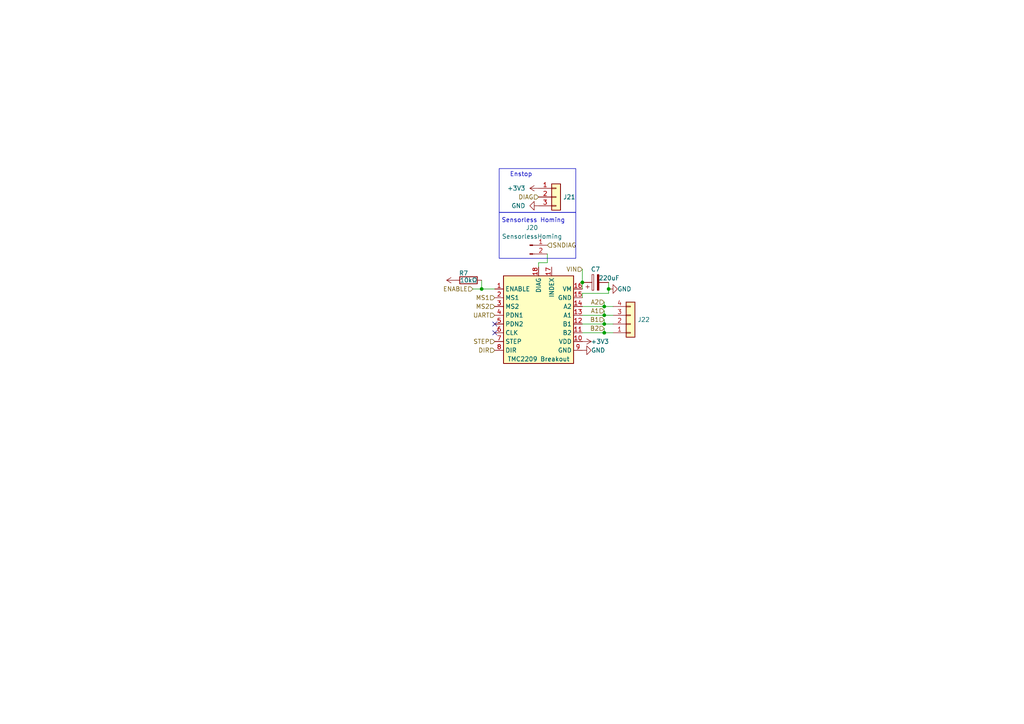
<source format=kicad_sch>
(kicad_sch (version 20250114) (generator "eeschema") (generator_version "9.0")
  (paper "A4")
  (lib_symbols
    (symbol "Connector:Conn_01x02_Pin" (pin_names (offset 1.016) (hide yes))
      (property "Reference" "J" (at 0 2.54 0))
      (property "Value" "Conn_01x02_Pin" (at 0 -5.08 0))
      (symbol "Conn_01x02_Pin_1_1"
        (rectangle (start 0.8636 0.127) (end 0 -0.127) (stroke (width 0.1524)) (fill (type outline)))
        (rectangle (start 0.8636 -2.413) (end 0 -2.667) (stroke (width 0.1524)) (fill (type outline)))
        (polyline (pts (xy 1.27 0) (xy 0.8636 0)) (stroke (width 0.1524)))
        (polyline (pts (xy 1.27 -2.54) (xy 0.8636 -2.54)) (stroke (width 0.1524)))
        (pin passive line (at 5.08 0 180) (length 3.81) (name "Pin_1") (number "1"))
        (pin passive line (at 5.08 -2.54 180) (length 3.81) (name "Pin_2") (number "2"))
      )
    )
    (symbol "Connector_Generic:Conn_01x03" (pin_names (offset 1.016) (hide yes))
      (property "Reference" "J" (at 0 5.08 0))
      (property "Value" "Conn_01x03" (at 0 -5.08 0))
      (symbol "Conn_01x03_1_1"
        (rectangle (start -1.27 3.81) (end 1.27 -3.81) (stroke (width 0.254)) (fill (type background)))
        (rectangle (start -1.27 2.667) (end 0 2.413) (stroke (width 0.1524)))
        (rectangle (start -1.27 0.127) (end 0 -0.127) (stroke (width 0.1524)))
        (rectangle (start -1.27 -2.413) (end 0 -2.667) (stroke (width 0.1524)))
        (pin passive line (at -5.08 2.54 0) (length 3.81) (name "Pin_1") (number "1"))
        (pin passive line (at -5.08 0 0) (length 3.81) (name "Pin_2") (number "2"))
        (pin passive line (at -5.08 -2.54 0) (length 3.81) (name "Pin_3") (number "3"))
      )
    )
    (symbol "Connector_Generic:Conn_01x04" (pin_names (offset 1.016) (hide yes))
      (property "Reference" "J" (at 0 5.08 0))
      (property "Value" "Conn_01x04" (at 0 -7.62 0))
      (symbol "Conn_01x04_1_1"
        (rectangle (start -1.27 3.81) (end 1.27 -6.35) (stroke (width 0.254)) (fill (type background)))
        (rectangle (start -1.27 2.667) (end 0 2.413) (stroke (width 0.1524)))
        (rectangle (start -1.27 0.127) (end 0 -0.127) (stroke (width 0.1524)))
        (rectangle (start -1.27 -2.413) (end 0 -2.667) (stroke (width 0.1524)))
        (rectangle (start -1.27 -4.953) (end 0 -5.207) (stroke (width 0.1524)))
        (pin passive line (at -5.08 2.54 0) (length 3.81) (name "Pin_1") (number "1"))
        (pin passive line (at -5.08 0 0) (length 3.81) (name "Pin_2") (number "2"))
        (pin passive line (at -5.08 -2.54 0) (length 3.81) (name "Pin_3") (number "3"))
        (pin passive line (at -5.08 -5.08 0) (length 3.81) (name "Pin_4") (number "4"))
      )
    )
    (symbol "CustomSymbols:TMC2209 StepStick Breakout"
      (property "Reference" "M" (at 1.27 -3.81 0))
      (property "Value" "TMC2209 Breakout" (at 11.43 -7.62 0))
      (symbol "TMC2209 StepStick Breakout_0_1"
        (rectangle (start -7.62 16.51) (end 12.7 -8.89) (stroke (width 0.254)) (fill (type background)))
      )
      (symbol "TMC2209 StepStick Breakout_1_1"
        (pin input line (at -10.16 12.7 0) (length 2.54) (name "ENABLE") (number "1"))
        (pin input line (at -10.16 10.16 0) (length 2.54) (name "MS1") (number "2"))
        (pin input line (at -10.16 7.62 0) (length 2.54) (name "MS2") (number "3"))
        (pin output line (at -10.16 5.08 0) (length 2.54) (name "PDN1") (number "4"))
        (pin output line (at -10.16 2.54 0) (length 2.54) (name "PDN2") (number "5"))
        (pin input line (at -10.16 0 0) (length 2.54) (name "CLK") (number "6"))
        (pin input line (at -10.16 -2.54 0) (length 2.54) (name "STEP") (number "7"))
        (pin input line (at -10.16 -5.08 0) (length 2.54) (name "DIR") (number "8"))
        (pin output line (at 2.54 19.05 270) (length 2.54) (name "DIAG") (number "18"))
        (pin input line (at 6.35 19.05 270) (length 2.54) (name "INDEX") (number "17"))
        (pin input line (at 15.24 12.7 180) (length 2.54) (name "VM") (number "16"))
        (pin input line (at 15.24 10.16 180) (length 2.54) (name "GND") (number "15"))
        (pin output line (at 15.24 7.62 180) (length 2.54) (name "A2") (number "14"))
        (pin output line (at 15.24 5.08 180) (length 2.54) (name "A1") (number "13"))
        (pin output line (at 15.24 2.54 180) (length 2.54) (name "B1") (number "12"))
        (pin output line (at 15.24 0 180) (length 2.54) (name "B2") (number "11"))
        (pin input line (at 15.24 -2.54 180) (length 2.54) (name "VDD") (number "10"))
        (pin input line (at 15.24 -5.08 180) (length 2.54) (name "GND") (number "9"))
      )
    )
    (symbol "Device:C_Polarized" (pin_numbers (hide yes)) (pin_names (offset 0.254))
      (property "Reference" "C" (at 0.635 2.54 0))
      (property "Value" "C_Polarized" (at 0.635 -2.54 0))
      (symbol "C_Polarized_0_1"
        (rectangle (start -2.286 0.508) (end 2.286 1.016))
        (polyline (pts (xy -1.778 2.286) (xy -0.762 2.286)))
        (polyline (pts (xy -1.27 2.794) (xy -1.27 1.778)))
        (rectangle (start 2.286 -0.508) (end -2.286 -1.016) (fill (type outline)))
      )
      (symbol "C_Polarized_1_1"
        (pin passive line (at 0 3.81 270) (length 2.794) (name "~") (number "1"))
        (pin passive line (at 0 -3.81 90) (length 2.794) (name "~") (number "2"))
      )
    )
    (symbol "Device:R" (pin_numbers (hide yes)) (pin_names (offset 0))
      (property "Reference" "R" (at 2.032 0 90))
      (property "Value" "R" (at 0 0 90))
      (symbol "R_0_1"
        (rectangle (start -1.016 -2.54) (end 1.016 2.54) (stroke (width 0.254)))
      )
      (symbol "R_1_1"
        (pin passive line (at 0 3.81 270) (length 1.27) (name "~") (number "1"))
        (pin passive line (at 0 -3.81 90) (length 1.27) (name "~") (number "2"))
      )
    )
    (symbol "power:+3V3" (power) (pin_names (offset 0))
      (property "Value" "+3V3" (at 0 3.556 0))
      (symbol "+3V3_0_1"
        (polyline (pts (xy -0.762 1.27) (xy 0 2.54)))
        (polyline (pts (xy 0 2.54) (xy 0.762 1.27)))
        (polyline (pts (xy 0 0) (xy 0 2.54)))
      )
      (symbol "+3V3_1_1"
        (pin power_in line (at 0 0 90) (length 0) (hide yes) (name "+3V3") (number "1"))
      )
    )
    (symbol "power:GND" (power) (pin_names (offset 0))
      (property "Value" "GND" (at 0 -3.81 0))
      (symbol "GND_0_1"
        (polyline (pts (xy 0 0) (xy 0 -1.27) (xy 1.27 -1.27) (xy 0 -2.54) (xy -1.27 -1.27) (xy 0 -1.27)))
      )
      (symbol "GND_1_1"
        (pin power_in line (at 0 0 270) (length 0) (hide yes) (name "GND") (number "1"))
      )
    )
  )
  (rectangle (start 144.78 48.895) (end 167.005 61.595))
  (rectangle (start 144.78 61.595) (end 167.005 74.93))
  (text "Sensorless Homing" (at 154.686 64.008 0) (effects (font (size 1.27 1.27))))
  (text "Enstop" (at 151.13 50.673 0) (effects (font (size 1.27 1.27))))
  (junction (at 176.53 83.82))
  (junction (at 168.91 81.915))
  (junction (at 175.26 93.98))
  (junction (at 175.26 96.52))
  (junction (at 175.26 91.44))
  (junction (at 175.26 88.9))
  (junction (at 139.7 83.82))
  (no_connect (at 143.51 93.98))
  (no_connect (at 143.51 96.52))
  (wire (pts (xy 137.16 83.82) (xy 139.7 83.82)))
  (wire (pts (xy 168.91 91.44) (xy 175.26 91.44)))
  (wire (pts (xy 175.26 93.98) (xy 177.8 93.98)))
  (wire (pts (xy 168.91 78.105) (xy 168.91 81.915)))
  (wire (pts (xy 175.26 87.63) (xy 175.26 88.9)))
  (wire (pts (xy 175.26 88.9) (xy 177.8 88.9)))
  (wire (pts (xy 158.75 73.66) (xy 158.75 76.2)))
  (wire (pts (xy 175.26 92.71) (xy 175.26 93.98)))
  (wire (pts (xy 168.91 81.915) (xy 168.91 83.82)))
  (wire (pts (xy 168.91 85.09) (xy 168.91 86.36)))
  (wire (pts (xy 176.53 81.915) (xy 176.53 83.82)))
  (wire (pts (xy 139.7 83.82) (xy 143.51 83.82)))
  (wire (pts (xy 156.21 76.2) (xy 156.21 77.47)))
  (wire (pts (xy 176.53 85.09) (xy 168.91 85.09)))
  (wire (pts (xy 175.26 91.44) (xy 177.8 91.44)))
  (wire (pts (xy 175.26 90.17) (xy 175.26 91.44)))
  (wire (pts (xy 175.26 96.52) (xy 177.8 96.52)))
  (wire (pts (xy 176.53 83.82) (xy 176.53 85.09)))
  (wire (pts (xy 139.7 81.28) (xy 139.7 83.82)))
  (wire (pts (xy 168.91 96.52) (xy 175.26 96.52)))
  (wire (pts (xy 175.26 95.25) (xy 175.26 96.52)))
  (wire (pts (xy 168.91 93.98) (xy 175.26 93.98)))
  (wire (pts (xy 168.91 88.9) (xy 175.26 88.9)))
  (wire (pts (xy 158.75 76.2) (xy 156.21 76.2)))
  (hierarchical_label "DIR" (shape input) (at 143.51 101.6 180))
  (hierarchical_label "DIAG" (shape input) (at 156.21 57.15 180))
  (hierarchical_label "STEP" (shape input) (at 143.51 99.06 180))
  (hierarchical_label "MS2" (shape input) (at 143.51 88.9 180))
  (hierarchical_label "ENABLE" (shape input) (at 137.16 83.82 180))
  (hierarchical_label "MS1" (shape input) (at 143.51 86.36 180))
  (hierarchical_label "UART" (shape input) (at 143.51 91.44 180))
  (hierarchical_label "A1" (shape input) (at 175.26 90.17 180))
  (hierarchical_label "B2" (shape input) (at 175.26 95.25 180))
  (hierarchical_label "B1" (shape input) (at 175.26 92.71 180))
  (hierarchical_label "A2" (shape input) (at 175.26 87.63 180))
  (hierarchical_label "VIN" (shape input) (at 168.91 78.105 180))
  (hierarchical_label "SNDIAG" (shape input) (at 158.75 71.12 0))
  (symbol (lib_id "Connector:Conn_01x02_Pin") (at 153.67 71.12 0) (unit 1)
    (property "Reference" "J12" (at 154.305 66.04 0))
    (property "Value" "SensorlessHoming" (at 154.305 68.58 0))
    (property "Footprint" "Connector_PinHeader_2.54mm:PinHeader_1x02_P2.54mm_Vertical" (effects (hide yes)))
    (property "Description" "Generic connector, single row, 01x02, script generated" (effects (hide yes)))
    (instances (project "A1_MB" (path "" (reference "J20") (unit 1)) (path "" (reference "J12") (unit 1)) (path "" (reference "J14") (unit 1)) (path "" (reference "J17") (unit 1))))
  )
  (symbol (lib_id "Connector_Generic:Conn_01x04") (at 182.88 93.98 0) (mirror x) (unit 1)
    (property "Reference" "MotorConnector1" (at 184.912 92.71 0) (effects (justify left)))
    (property "Value" "Conn_01x04" (effects (hide yes)))
    (property "Footprint" "Connector_JST:JST_XH_B4B-XH-A_1x04_P2.50mm_Vertical" (effects (hide yes)))
    (instances (project "A1_MB" (path "" (reference "J22") (unit 1)) (path "" (reference "MotorConnector1") (unit 1)) (path "" (reference "J16") (unit 1)) (path "" (reference "J19") (unit 1))))
  )
  (symbol (lib_id "Connector_Generic:Conn_01x03") (at 161.29 57.15 0) (unit 1)
    (property "Reference" "J13" (at 163.322 57.15 0) (effects (justify left)))
    (property "Value" "Endstop" (effects (hide yes)))
    (property "Footprint" "Connector_JST:JST_XH_B3B-XH-AM_1x03_P2.50mm_Vertical" (effects (hide yes)))
    (instances (project "A1_MB" (path "" (reference "J21") (unit 1)) (path "" (reference "J13") (unit 1)) (path "" (reference "J15") (unit 1)) (path "" (reference "J18") (unit 1))))
  )
  (symbol (lib_id "Device:R") (at 135.89 81.28 270) (unit 1)
    (property "Reference" "R4" (at 133.096 79.248 90) (effects (justify left)))
    (property "Value" "10kΩ" (at 133.35 81.28 90) (effects (justify left)))
    (property "Footprint" "Resistor_THT:R_Axial_DIN0207_L6.3mm_D2.5mm_P10.16mm_Horizontal" (effects (hide yes)))
    (instances (project "A1_MB" (path "" (reference "R7") (unit 1)) (path "" (reference "R4") (unit 1)) (path "" (reference "R5") (unit 1)) (path "" (reference "R6") (unit 1))))
  )
  (symbol (lib_id "power:+3V3") (at 156.21 54.61 90) (mirror x) (unit 1)
    (property "Reference" "#PWR044" (effects (hide yes)))
    (property "Value" "+3V3" (at 152.4 54.61 90) (effects (justify left)))
    (instances (project "A1_MB" (path "" (reference "#PWR062") (unit 1)) (path "" (reference "#PWR044") (unit 1)) (path "" (reference "#PWR050") (unit 1)) (path "" (reference "#PWR056") (unit 1))))
  )
  (symbol (lib_id "power:GND") (at 168.91 101.6 90) (unit 1)
    (property "Reference" "#PWR047" (effects (hide yes)))
    (property "Value" "GND" (at 173.482 101.6 90))
    (instances (project "A1_MB" (path "" (reference "#PWR065") (unit 1)) (path "" (reference "#PWR047") (unit 1)) (path "" (reference "#PWR053") (unit 1)) (path "" (reference "#PWR059") (unit 1))))
  )
  (symbol (lib_id "power:GND") (at 176.53 83.82 90) (unit 1)
    (property "Reference" "#PWR048" (effects (hide yes)))
    (property "Value" "GND" (at 181.102 83.82 90))
    (instances (project "A1_MB" (path "" (reference "#PWR066") (unit 1)) (path "" (reference "#PWR048") (unit 1)) (path "" (reference "#PWR054") (unit 1)) (path "" (reference "#PWR060") (unit 1))))
  )
  (symbol (lib_id "Device:C_Polarized") (at 172.72 81.915 90) (unit 1)
    (property "Reference" "C4" (at 172.72 78.105 90))
    (property "Value" "220uF" (at 179.705 80.645 90) (effects (justify left)))
    (property "Footprint" "Capacitor_THT:CP_Radial_D10.0mm_P5.00mm_P7.50mm" (effects (hide yes)))
    (instances (project "A1_MB" (path "" (reference "C7") (unit 1)) (path "" (reference "C4") (unit 1)) (path "" (reference "C5") (unit 1)) (path "" (reference "C6") (unit 1))))
  )
  (symbol (lib_id "CustomSymbols:TMC2209 StepStick Breakout") (at 153.67 96.52 0) (unit 1)
    (property "Reference" "M1" (effects (hide yes)))
    (property "Value" "TMC2209 Breakout" (at 156.21 104.14 0))
    (property "Footprint" "OpenA1K:TMC2209 Footprint" (effects (hide yes)))
    (instances (project "A1_MB" (path "" (reference "M4") (unit 1)) (path "" (reference "M1") (unit 1)) (path "" (reference "M2") (unit 1)) (path "" (reference "M3") (unit 1))))
  )
  (symbol (lib_id "power:+3V3") (at 168.91 99.06 270) (unit 1)
    (property "Reference" "#PWR046" (effects (hide yes)))
    (property "Value" "+3V3" (at 173.99 99.06 90))
    (instances (project "A1_MB" (path "" (reference "#PWR064") (unit 1)) (path "" (reference "#PWR046") (unit 1)) (path "" (reference "#PWR052") (unit 1)) (path "" (reference "#PWR058") (unit 1))))
  )
  (symbol (lib_id "power:+3V3") (at 132.08 81.28 90) (unit 1)
    (property "Reference" "#PWR043" (effects (hide yes)))
    (property "Value" "+3V3" (effects (hide yes)))
    (instances (project "A1_MB" (path "" (reference "#PWR061") (unit 1)) (path "" (reference "#PWR043") (unit 1)) (path "" (reference "#PWR049") (unit 1)) (path "" (reference "#PWR055") (unit 1))))
  )
  (symbol (lib_id "power:GND") (at 156.21 59.69 270) (mirror x) (unit 1)
    (property "Reference" "#PWR045" (effects (hide yes)))
    (property "Value" "GND" (at 152.4 59.69 90) (effects (justify right)))
    (instances (project "A1_MB" (path "" (reference "#PWR063") (unit 1)) (path "" (reference "#PWR045") (unit 1)) (path "" (reference "#PWR051") (unit 1)) (path "" (reference "#PWR057") (unit 1))))
  )
)
</source>
